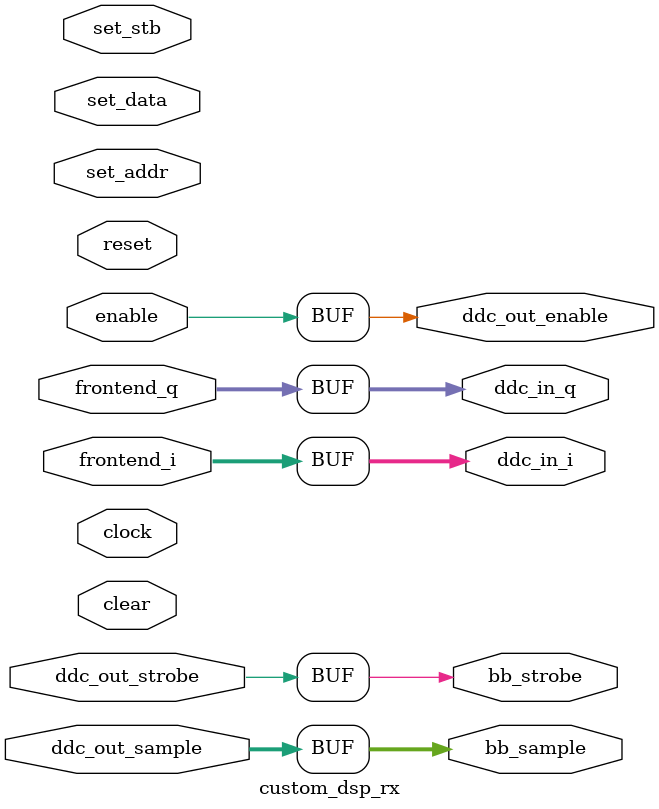
<source format=v>


//The following module effects the IO of the DDC chain.
//By default, this entire module is a simple pass-through.

//To implement DSP logic before the DDC:
//Implement custom DSP between frontend and ddc input.

//To implement DSP logic after the DDC:
//Implement custom DSP between ddc output and baseband.

//To bypass the DDC with custom logic:
//Implement custom DSP between frontend and baseband.

module custom_dsp_rx
#(
    //frontend bus width
    parameter WIDTH = 24
)
(
    //control signals
    input clock, //dsp clock
    input reset, //active high synchronous reset
    input clear, //active high on packet control init
    input enable, //active high when streaming enabled

    //user settings bus, controlled through user setting regs API
    input set_stb, input [7:0] set_addr, input [31:0] set_data,

    //full rate inputs directly from the RX frontend
    input [WIDTH-1:0] frontend_i,
    input [WIDTH-1:0] frontend_q,

    //full rate outputs directly to the DDC chain
    output [WIDTH-1:0] ddc_in_i,
    output [WIDTH-1:0] ddc_in_q,

    //strobed samples {I16,Q16} from the RX DDC chain
    input [31:0] ddc_out_sample,
    input ddc_out_strobe, //high on valid sample
    output ddc_out_enable, //enables DDC module

    //strobbed baseband samples {I16,Q16} from this module
    output [31:0] bb_sample,
    output bb_strobe //high on valid sample
);

    assign ddc_in_i = frontend_i;
    assign ddc_in_q = frontend_q;
    assign bb_sample = ddc_out_sample;
    assign bb_strobe = ddc_out_strobe;
    assign ddc_out_enable = enable;

endmodule //custom_dsp_rx

</source>
